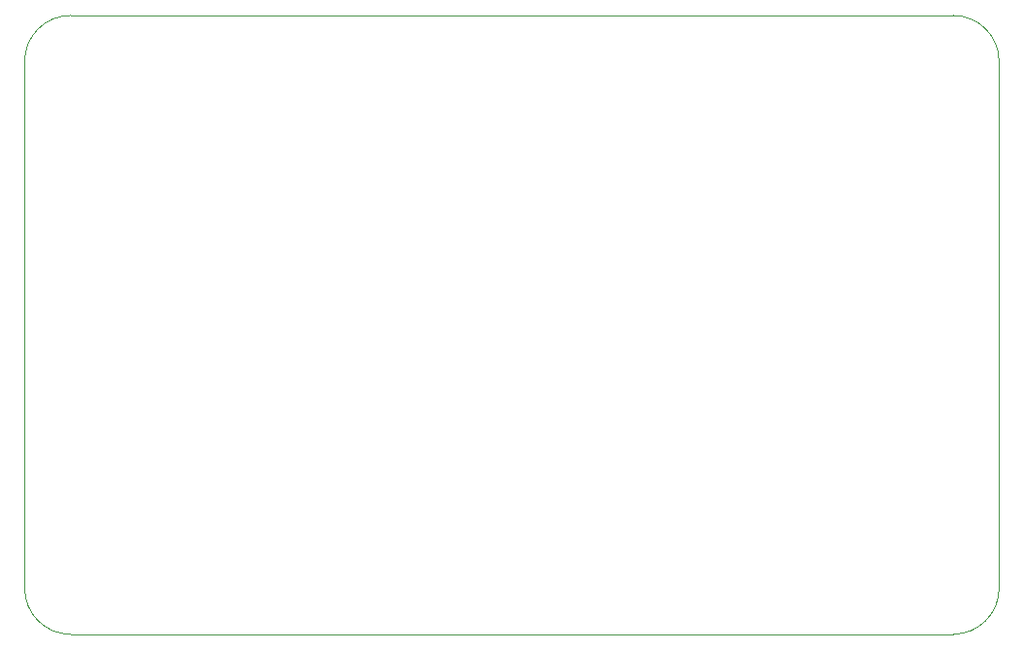
<source format=gbr>
G04 #@! TF.GenerationSoftware,KiCad,Pcbnew,5.1.4*
G04 #@! TF.CreationDate,2019-11-17T01:51:28+01:00*
G04 #@! TF.ProjectId,RevA,52657641-2e6b-4696-9361-645f70636258,rev?*
G04 #@! TF.SameCoordinates,Original*
G04 #@! TF.FileFunction,Profile,NP*
%FSLAX46Y46*%
G04 Gerber Fmt 4.6, Leading zero omitted, Abs format (unit mm)*
G04 Created by KiCad (PCBNEW 5.1.4) date 2019-11-17 01:51:28*
%MOMM*%
%LPD*%
G04 APERTURE LIST*
%ADD10C,0.050000*%
G04 APERTURE END LIST*
D10*
X185000000Y-100000000D02*
G75*
G02X181000000Y-104000000I-4000000J0D01*
G01*
X181000000Y-50000000D02*
G75*
G02X185000000Y-54000000I0J-4000000D01*
G01*
X100000000Y-54000000D02*
G75*
G02X104000000Y-50000000I4000000J0D01*
G01*
X104000000Y-104000000D02*
G75*
G02X100000000Y-100000000I0J4000000D01*
G01*
X181000000Y-104000000D02*
X104000000Y-104000000D01*
X185000000Y-54000000D02*
X185000000Y-100000000D01*
X104000000Y-50000000D02*
X181000000Y-50000000D01*
X100000000Y-100000000D02*
X100000000Y-54000000D01*
M02*

</source>
